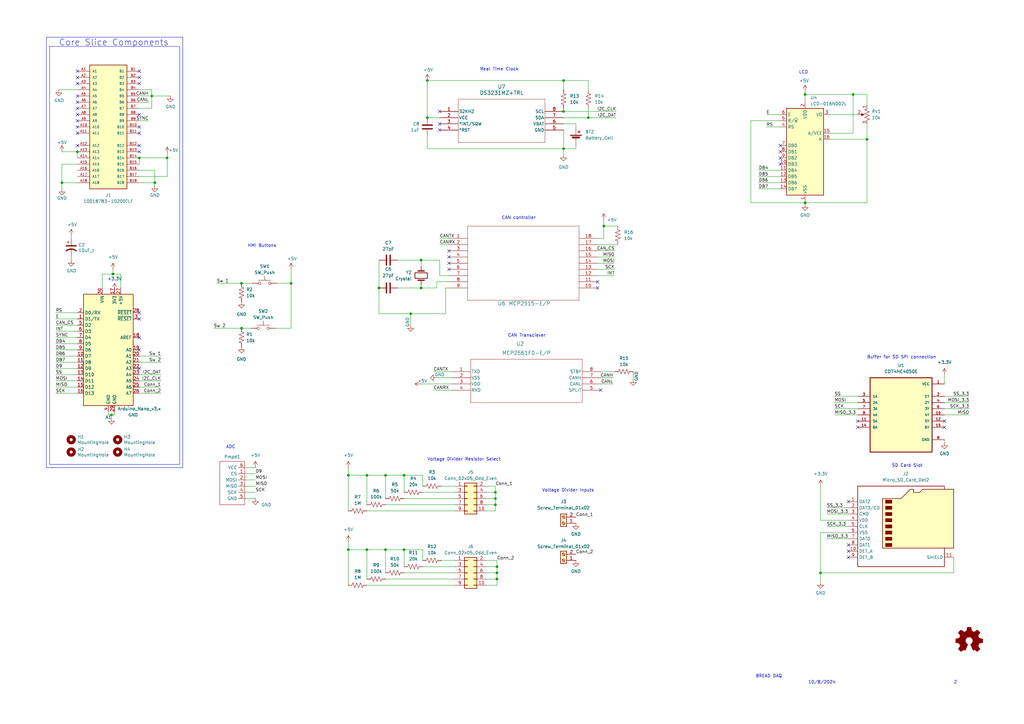
<source format=kicad_sch>
(kicad_sch (version 20231120) (generator "eeschema") (generator_version "8.0")
  (paper "A3")
  (junction (at 241.3 48.26))
  (junction (at 158.115 194.945))
  (junction (at 203.835 234.95))
  (junction (at 31.75 62.23))
  (junction (at 203.2 204.47))
  (junction (at 175.26 33.02))
  (junction (at 247.65 92.71))
  (junction (at 99.06 134.62))
  (junction (at 165.735 194.945))
  (junction (at 355.6 57.15))
  (junction (at 231.14 60.96))
  (junction (at 203.2 201.93))
  (junction (at 158.115 225.425))
  (junction (at 150.495 225.425))
  (junction (at 62.23 39.37))
  (junction (at 57.15 64.77))
  (junction (at 63.5 74.93))
  (junction (at 142.875 225.425))
  (junction (at 175.26 48.26))
  (junction (at 155.448 118.11))
  (junction (at 45.72 170.18))
  (junction (at 231.14 45.72))
  (junction (at 150.495 194.945))
  (junction (at 99.06 116.205))
  (junction (at 349.885 38.735))
  (junction (at 336.55 234.95))
  (junction (at 203.2 207.01))
  (junction (at 165.735 225.425))
  (junction (at 168.402 128.651))
  (junction (at 330.2 83.185))
  (junction (at 119.38 116.205))
  (junction (at 330.2 38.735))
  (junction (at 203.835 237.49))
  (junction (at 203.835 232.41))
  (junction (at 172.72 106.68))
  (junction (at 68.58 64.77))
  (junction (at 25.4 74.93))
  (junction (at 142.875 194.945))
  (junction (at 231.14 33.02))
  (junction (at 172.72 118.11))
  (junction (at 46.355 112.395))
  (no_connect (at 31.75 29.21))
  (no_connect (at 57.15 130.81))
  (no_connect (at 57.15 128.27))
  (no_connect (at 347.98 223.52))
  (no_connect (at 320.04 59.69))
  (no_connect (at 31.75 49.53))
  (no_connect (at 351.79 175.26))
  (no_connect (at 31.75 34.29))
  (no_connect (at 245.11 118.11))
  (no_connect (at 57.15 138.43))
  (no_connect (at 347.98 228.6))
  (no_connect (at 180.34 53.34))
  (no_connect (at 57.15 29.21))
  (no_connect (at 57.15 31.75))
  (no_connect (at 320.04 64.77))
  (no_connect (at 31.75 44.45))
  (no_connect (at 180.34 45.72))
  (no_connect (at 31.75 52.07))
  (no_connect (at 57.15 62.23))
  (no_connect (at 57.15 34.29))
  (no_connect (at 57.15 59.69))
  (no_connect (at 31.75 46.99))
  (no_connect (at 184.15 102.87))
  (no_connect (at 57.15 54.61))
  (no_connect (at 31.75 31.75))
  (no_connect (at 387.35 172.72))
  (no_connect (at 351.79 172.72))
  (no_connect (at 184.15 107.95))
  (no_connect (at 57.15 46.99))
  (no_connect (at 387.35 175.26))
  (no_connect (at 347.98 226.06))
  (no_connect (at 180.34 50.8))
  (no_connect (at 31.75 39.37))
  (no_connect (at 245.11 115.57))
  (no_connect (at 31.75 54.61))
  (no_connect (at 31.75 41.91))
  (no_connect (at 31.75 59.69))
  (no_connect (at 184.15 110.49))
  (no_connect (at 57.15 52.07))
  (no_connect (at 57.15 151.13))
  (no_connect (at 347.98 205.74))
  (no_connect (at 57.15 143.51))
  (no_connect (at 320.04 67.31))
  (no_connect (at 320.04 62.23))
  (no_connect (at 246.38 160.02))
  (no_connect (at 184.15 105.41))
  (wire (pts (xy 246.38 157.48) (xy 251.46 157.48)))
  (wire (pts (xy 172.72 106.68) (xy 172.72 109.22)))
  (wire (pts (xy 236.22 52.07) (xy 236.22 50.8)))
  (wire (pts (xy 203.2 201.93) (xy 203.2 199.39)))
  (wire (pts (xy 87.63 134.62) (xy 99.06 134.62)))
  (wire (pts (xy 180.34 100.33) (xy 184.15 100.33)))
  (wire (pts (xy 245.11 105.41) (xy 252.095 105.41)))
  (wire (pts (xy 199.39 209.55) (xy 203.2 209.55)))
  (wire (pts (xy 320.04 49.53) (xy 307.975 49.53)))
  (wire (pts (xy 355.6 43.18) (xy 355.6 38.735)))
  (wire (pts (xy 252.095 152.4) (xy 246.38 152.4)))
  (wire (pts (xy 163.068 118.11) (xy 172.72 118.11)))
  (wire (pts (xy 330.2 38.735) (xy 330.2 41.91)))
  (wire (pts (xy 158.115 194.945) (xy 158.115 204.47)))
  (wire (pts (xy 203.835 234.95) (xy 203.835 232.41)))
  (polyline (pts (xy 73.66 19.05) (xy 24.13 19.05)))
  (wire (pts (xy 342.265 170.18) (xy 351.79 170.18)))
  (wire (pts (xy 44.45 170.18) (xy 45.72 170.18)))
  (wire (pts (xy 165.735 225.425) (xy 165.735 232.41)))
  (wire (pts (xy 22.86 135.89) (xy 31.75 135.89)))
  (wire (pts (xy 113.665 116.205) (xy 119.38 116.205)))
  (wire (pts (xy 57.15 74.93) (xy 63.5 74.93)))
  (wire (pts (xy 175.26 60.96) (xy 231.14 60.96)))
  (wire (pts (xy 340.36 57.15) (xy 355.6 57.15)))
  (polyline (pts (xy 20.32 19.05) (xy 24.13 19.05)))
  (wire (pts (xy 57.15 153.67) (xy 66.04 153.67)))
  (wire (pts (xy 336.55 213.36) (xy 347.98 213.36)))
  (wire (pts (xy 165.735 194.945) (xy 165.735 201.93)))
  (wire (pts (xy 173.355 225.425) (xy 173.355 229.87)))
  (wire (pts (xy 339.09 215.9) (xy 347.98 215.9)))
  (wire (pts (xy 199.39 234.95) (xy 203.835 234.95)))
  (wire (pts (xy 100.33 204.47) (xy 104.775 204.47)))
  (wire (pts (xy 103.505 116.205) (xy 99.06 116.205)))
  (wire (pts (xy 22.86 158.75) (xy 31.75 158.75)))
  (wire (pts (xy 22.86 148.59) (xy 31.75 148.59)))
  (wire (pts (xy 387.35 167.64) (xy 397.51 167.64)))
  (wire (pts (xy 163.068 106.68) (xy 172.72 106.68)))
  (wire (pts (xy 142.875 225.425) (xy 142.875 222.25)))
  (wire (pts (xy 46.99 118.745) (xy 46.99 118.11)))
  (wire (pts (xy 186.69 199.39) (xy 180.975 199.39)))
  (wire (pts (xy 247.65 97.79) (xy 245.11 97.79)))
  (wire (pts (xy 165.735 225.425) (xy 158.115 225.425)))
  (wire (pts (xy 62.23 44.45) (xy 57.15 44.45)))
  (wire (pts (xy 68.58 62.865) (xy 68.58 64.77)))
  (wire (pts (xy 231.14 33.02) (xy 231.14 36.83)))
  (wire (pts (xy 236.22 60.96) (xy 236.22 59.69)))
  (wire (pts (xy 199.39 201.93) (xy 203.2 201.93)))
  (wire (pts (xy 57.15 64.77) (xy 68.58 64.77)))
  (polyline (pts (xy 19.05 15.24) (xy 19.05 191.77)))
  (wire (pts (xy 41.91 112.395) (xy 46.355 112.395)))
  (wire (pts (xy 119.38 134.62) (xy 113.03 134.62)))
  (wire (pts (xy 203.2 204.47) (xy 203.2 201.93)))
  (wire (pts (xy 22.86 146.05) (xy 31.75 146.05)))
  (wire (pts (xy 355.6 57.15) (xy 355.6 83.185)))
  (wire (pts (xy 29.21 106.68) (xy 29.21 105.41)))
  (wire (pts (xy 22.86 156.21) (xy 31.75 156.21)))
  (wire (pts (xy 397.51 162.56) (xy 387.35 162.56)))
  (wire (pts (xy 104.775 201.93) (xy 100.33 201.93)))
  (wire (pts (xy 253.365 100.33) (xy 245.11 100.33)))
  (wire (pts (xy 45.72 170.18) (xy 45.72 171.45)))
  (wire (pts (xy 199.39 240.03) (xy 203.835 240.03)))
  (wire (pts (xy 29.21 97.79) (xy 29.21 96.52)))
  (wire (pts (xy 57.15 158.75) (xy 66.04 158.75)))
  (wire (pts (xy 45.72 170.18) (xy 46.99 170.18)))
  (wire (pts (xy 155.448 118.11) (xy 155.448 128.651)))
  (wire (pts (xy 252.73 48.26) (xy 241.3 48.26)))
  (wire (pts (xy 104.775 199.39) (xy 100.33 199.39)))
  (wire (pts (xy 165.735 194.945) (xy 158.115 194.945)))
  (wire (pts (xy 173.355 194.945) (xy 165.735 194.945)))
  (wire (pts (xy 203.835 232.41) (xy 203.835 229.87)))
  (wire (pts (xy 57.15 72.39) (xy 68.58 72.39)))
  (wire (pts (xy 311.15 77.47) (xy 320.04 77.47)))
  (wire (pts (xy 199.39 232.41) (xy 203.835 232.41)))
  (wire (pts (xy 231.14 63.5) (xy 231.14 60.96)))
  (wire (pts (xy 99.06 116.205) (xy 88.9 116.205)))
  (wire (pts (xy 173.355 232.41) (xy 186.69 232.41)))
  (wire (pts (xy 57.15 49.53) (xy 60.96 49.53)))
  (wire (pts (xy 165.735 204.47) (xy 186.69 204.47)))
  (wire (pts (xy 173.355 225.425) (xy 165.735 225.425)))
  (wire (pts (xy 180.34 97.79) (xy 184.15 97.79)))
  (wire (pts (xy 307.975 83.185) (xy 330.2 83.185)))
  (wire (pts (xy 155.448 128.651) (xy 168.402 128.651)))
  (wire (pts (xy 342.265 165.1) (xy 351.79 165.1)))
  (wire (pts (xy 247.65 92.71) (xy 247.65 97.79)))
  (wire (pts (xy 25.4 67.31) (xy 31.75 67.31)))
  (wire (pts (xy 57.15 64.77) (xy 57.15 67.31)))
  (wire (pts (xy 165.735 234.95) (xy 186.69 234.95)))
  (wire (pts (xy 119.38 116.205) (xy 119.38 134.62)))
  (wire (pts (xy 231.14 53.34) (xy 231.14 60.96)))
  (polyline (pts (xy 74.93 15.24) (xy 22.86 15.24)))
  (wire (pts (xy 342.265 167.64) (xy 351.79 167.64)))
  (wire (pts (xy 22.86 151.13) (xy 31.75 151.13)))
  (wire (pts (xy 231.14 44.45) (xy 231.14 45.72)))
  (wire (pts (xy 150.495 237.49) (xy 150.495 225.425)))
  (wire (pts (xy 99.06 134.62) (xy 102.87 134.62)))
  (wire (pts (xy 387.35 165.1) (xy 397.51 165.1)))
  (wire (pts (xy 336.55 199.39) (xy 336.55 213.36)))
  (wire (pts (xy 150.495 207.01) (xy 150.495 194.945)))
  (wire (pts (xy 330.2 83.185) (xy 330.2 82.55)))
  (wire (pts (xy 172.72 116.84) (xy 172.72 118.11)))
  (wire (pts (xy 387.35 181.61) (xy 387.35 180.34)))
  (wire (pts (xy 179.07 154.94) (xy 185.42 154.94)))
  (wire (pts (xy 339.09 220.98) (xy 347.98 220.98)))
  (polyline (pts (xy 19.05 191.77) (xy 74.93 191.77)))
  (wire (pts (xy 177.8 160.02) (xy 185.42 160.02)))
  (wire (pts (xy 25.4 77.47) (xy 25.4 74.93)))
  (wire (pts (xy 22.86 128.27) (xy 31.75 128.27)))
  (wire (pts (xy 57.15 36.83) (xy 62.23 36.83)))
  (wire (pts (xy 203.2 209.55) (xy 203.2 207.01)))
  (wire (pts (xy 57.15 161.29) (xy 66.04 161.29)))
  (wire (pts (xy 179.07 115.57) (xy 184.15 115.57)))
  (wire (pts (xy 100.33 194.31) (xy 104.775 194.31)))
  (wire (pts (xy 172.72 157.48) (xy 185.42 157.48)))
  (wire (pts (xy 311.15 74.93) (xy 320.04 74.93)))
  (wire (pts (xy 231.14 60.96) (xy 236.22 60.96)))
  (wire (pts (xy 22.86 161.29) (xy 31.75 161.29)))
  (wire (pts (xy 311.15 72.39) (xy 320.04 72.39)))
  (wire (pts (xy 62.23 39.37) (xy 62.23 44.45)))
  (wire (pts (xy 342.265 162.56) (xy 351.79 162.56)))
  (wire (pts (xy 355.6 38.735) (xy 349.885 38.735)))
  (wire (pts (xy 142.875 194.945) (xy 142.875 191.77)))
  (wire (pts (xy 247.65 92.71) (xy 253.365 92.71)))
  (wire (pts (xy 62.23 39.37) (xy 69.85 39.37)))
  (wire (pts (xy 180.34 113.03) (xy 180.34 106.68)))
  (wire (pts (xy 142.875 194.945) (xy 142.875 209.55)))
  (wire (pts (xy 349.885 54.61) (xy 349.885 38.735)))
  (wire (pts (xy 44.45 168.91) (xy 44.45 170.18)))
  (polyline (pts (xy 73.66 190.5) (xy 73.66 19.05)))
  (wire (pts (xy 142.875 225.425) (xy 150.495 225.425)))
  (wire (pts (xy 142.875 194.945) (xy 150.495 194.945)))
  (wire (pts (xy 245.11 102.87) (xy 252.095 102.87)))
  (wire (pts (xy 173.355 201.93) (xy 186.69 201.93)))
  (wire (pts (xy 203.2 207.01) (xy 203.2 204.47)))
  (wire (pts (xy 330.2 37.465) (xy 330.2 38.735)))
  (wire (pts (xy 158.115 225.425) (xy 158.115 234.95)))
  (wire (pts (xy 175.26 33.02) (xy 175.26 48.26)))
  (wire (pts (xy 203.835 237.49) (xy 203.835 234.95)))
  (wire (pts (xy 46.99 170.18) (xy 46.99 168.91)))
  (wire (pts (xy 62.23 36.83) (xy 62.23 39.37)))
  (wire (pts (xy 119.38 110.49) (xy 119.38 116.205)))
  (wire (pts (xy 57.15 41.91) (xy 60.96 41.91)))
  (wire (pts (xy 246.38 154.94) (xy 251.46 154.94)))
  (wire (pts (xy 172.72 106.68) (xy 180.34 106.68)))
  (wire (pts (xy 175.26 48.26) (xy 175.26 49.53)))
  (wire (pts (xy 57.15 69.85) (xy 63.5 69.85)))
  (wire (pts (xy 349.885 38.735) (xy 330.2 38.735)))
  (wire (pts (xy 336.55 234.95) (xy 336.55 238.76)))
  (wire (pts (xy 199.39 229.87) (xy 203.835 229.87)))
  (wire (pts (xy 355.6 83.185) (xy 330.2 83.185)))
  (wire (pts (xy 182.753 118.11) (xy 184.15 118.11)))
  (wire (pts (xy 63.5 76.2) (xy 63.5 74.93)))
  (wire (pts (xy 231.14 33.02) (xy 241.3 33.02)))
  (wire (pts (xy 307.975 49.53) (xy 307.975 83.185)))
  (wire (pts (xy 314.325 52.07) (xy 320.04 52.07)))
  (wire (pts (xy 391.16 234.95) (xy 336.55 234.95)))
  (wire (pts (xy 25.4 74.93) (xy 31.75 74.93)))
  (wire (pts (xy 336.55 218.44) (xy 336.55 234.95)))
  (wire (pts (xy 330.2 83.82) (xy 330.2 83.185)))
  (wire (pts (xy 142.875 225.425) (xy 142.875 240.03)))
  (wire (pts (xy 49.53 112.395) (xy 49.53 118.11)))
  (wire (pts (xy 391.16 228.6) (xy 391.16 234.95)))
  (wire (pts (xy 179.07 118.11) (xy 172.72 118.11)))
  (polyline (pts (xy 20.32 190.5) (xy 73.66 190.5)))
  (wire (pts (xy 41.91 112.395) (xy 41.91 118.11)))
  (wire (pts (xy 340.36 46.99) (xy 351.79 46.99)))
  (wire (pts (xy 57.15 39.37) (xy 60.96 39.37)))
  (wire (pts (xy 150.495 209.55) (xy 186.69 209.55)))
  (wire (pts (xy 259.715 155.575) (xy 259.715 152.4)))
  (wire (pts (xy 339.09 208.28) (xy 347.98 208.28)))
  (wire (pts (xy 22.86 143.51) (xy 31.75 143.51)))
  (wire (pts (xy 175.26 48.26) (xy 180.34 48.26)))
  (wire (pts (xy 179.07 115.57) (xy 179.07 118.11)))
  (wire (pts (xy 57.15 146.05) (xy 66.04 146.05)))
  (wire (pts (xy 241.3 48.26) (xy 231.14 48.26)))
  (wire (pts (xy 175.26 55.88) (xy 175.26 60.96)))
  (wire (pts (xy 231.14 45.72) (xy 252.73 45.72)))
  (wire (pts (xy 25.4 62.23) (xy 31.75 62.23)))
  (polyline (pts (xy 19.05 15.24) (xy 22.86 15.24)))
  (wire (pts (xy 203.835 240.03) (xy 203.835 237.49)))
  (wire (pts (xy 68.58 64.77) (xy 68.58 72.39)))
  (wire (pts (xy 46.355 110.49) (xy 46.355 112.395)))
  (wire (pts (xy 186.69 229.87) (xy 180.975 229.87)))
  (wire (pts (xy 241.3 44.45) (xy 241.3 48.26)))
  (wire (pts (xy 311.15 69.85) (xy 320.04 69.85)))
  (wire (pts (xy 177.8 152.4) (xy 185.42 152.4)))
  (wire (pts (xy 57.15 148.59) (xy 66.04 148.59)))
  (polyline (pts (xy 74.93 191.77) (xy 74.93 15.24)))
  (polyline (pts (xy 20.32 19.05) (xy 20.32 190.5)))
  (wire (pts (xy 186.69 237.49) (xy 158.115 237.49)))
  (wire (pts (xy 347.98 218.44) (xy 336.55 218.44)))
  (wire (pts (xy 22.86 130.81) (xy 31.75 130.81)))
  (wire (pts (xy 245.11 107.95) (xy 252.095 107.95)))
  (wire (pts (xy 46.355 112.395) (xy 49.53 112.395)))
  (wire (pts (xy 168.402 133.35) (xy 168.402 128.651)))
  (wire (pts (xy 24.13 36.83) (xy 31.75 36.83)))
  (wire (pts (xy 339.09 210.82) (xy 347.98 210.82)))
  (wire (pts (xy 100.33 191.77) (xy 104.775 191.77)))
  (wire (pts (xy 247.65 90.17) (xy 247.65 92.71)))
  (wire (pts (xy 314.325 46.99) (xy 320.04 46.99)))
  (wire (pts (xy 387.35 170.18) (xy 397.51 170.18)))
  (wire (pts (xy 241.3 36.83) (xy 241.3 33.02)))
  (wire (pts (xy 31.75 62.23) (xy 31.75 64.77)))
  (wire (pts (xy 236.22 50.8) (xy 231.14 50.8)))
  (wire (pts (xy 245.11 110.49) (xy 252.095 110.49)))
  (wire (pts (xy 387.35 153.67) (xy 387.35 157.48)))
  (wire (pts (xy 184.15 113.03) (xy 180.34 113.03)))
  (wire (pts (xy 150.495 194.945) (xy 158.115 194.945)))
  (wire (pts (xy 22.86 153.67) (xy 31.75 153.67)))
  (wire (pts (xy 22.86 138.43) (xy 31.75 138.43)))
  (wire (pts (xy 355.6 50.8) (xy 355.6 57.15)))
  (wire (pts (xy 150.495 240.03) (xy 186.69 240.03)))
  (wire (pts (xy 175.26 33.02) (xy 231.14 33.02)))
  (wire (pts (xy 63.5 69.85) (xy 63.5 74.93)))
  (wire (pts (xy 22.86 140.97) (xy 31.75 140.97)))
  (wire (pts (xy 150.495 225.425) (xy 158.115 225.425)))
  (wire (pts (xy 25.4 74.93) (xy 25.4 67.31)))
  (wire (pts (xy 100.33 196.85) (xy 104.775 196.85)))
  (wire (pts (xy 66.04 156.21) (xy 57.15 156.21)))
  (wire (pts (xy 199.39 237.49) (xy 203.835 237.49)))
  (wire (pts (xy 168.402 128.651) (xy 182.753 128.651)))
  (wire (pts (xy 173.355 194.945) (xy 173.355 199.39)))
  (wire (pts (xy 182.753 128.651) (xy 182.753 118.11)))
  (wire (pts (xy 199.39 199.39) (xy 203.2 199.39)))
  (wire (pts (xy 245.11 113.03) (xy 252.095 113.03)))
  (wire (pts (xy 186.69 207.01) (xy 158.115 207.01)))
  (wire (pts (xy 199.39 204.47) (xy 203.2 204.47)))
  (wire (pts (xy 155.448 106.68) (xy 155.448 118.11)))
  (wire (pts (xy 340.36 54.61) (xy 349.885 54.61)))
  (wire (pts (xy 31.75 133.35) (xy 22.86 133.35)))
  (wire (pts (xy 199.39 207.01) (xy 203.2 207.01)))
  (text "Real Time Clock" (at 196.85 29.21 0) (effects (font (size 1.27 1.27)) (justify left bottom)))
  (text "2" (at 391.16 280.67 0) (effects (font (size 1.27 1.27)) (justify left bottom)))
  (text "HMI Buttons" (at 101.6 101.6 0) (effects (font (size 1.27 1.27)) (justify left bottom)))
  (text "ADC" (at 92.71 184.15 0) (effects (font (size 1.27 1.27)) (justify left bottom)))
  (text "Voltage Divider Inputs" (at 222.25 201.93 0) (effects (font (size 1.27 1.27)) (justify left bottom)))
  (text "10/8/2024\n" (at 331.47 280.67 0) (effects (font (size 1.27 1.27)) (justify left bottom)))
  (text "BREAD DAQ" (at 309.88 278.13 0) (effects (font (size 1.27 1.27)) (justify left bottom)))
  (text "Buffer for SD SPI connection" (at 355.6 147.32 0) (effects (font (size 1.27 1.27)) (justify left bottom)))
  (text "Core Slice Components" (at 24.13 19.05 0) (effects (font (size 2.54 2.54)) (justify left bottom)))
  (text "CAN Transciever" (at 208.28 138.43 0) (effects (font (size 1.27 1.27)) (justify left bottom)))
  (text "Voltage Divider Resistor Select" (at 175.26 189.23 0) (effects (font (size 1.27 1.27)) (justify left bottom)))
  (text "SD Card Slot" (at 365.76 191.77 0) (effects (font (size 1.27 1.27)) (justify left bottom)))
  (text "LCD" (at 327.66 30.48 0) (effects (font (size 1.27 1.27)) (justify left bottom)))
  (text "CAN controller" (at 205.74 90.17 0) (effects (font (size 1.27 1.27)) (justify left bottom)))
  (label "E" (at 314.325 46.99 0))
  (label "I2C_DAT" (at 252.73 48.26 180))
  (label "SS" (at 342.265 162.56 0))
  (label "CANH" (at 251.46 154.94 180))
  (label "SCK" (at 22.86 161.29 0))
  (label "Conn_2" (at 236.22 227.33 0))
  (label "MOSI_3.3" (at 397.51 165.1 180))
  (label "DB7" (at 22.86 148.59 0))
  (label "MISO" (at 22.86 158.75 0))
  (label "CANRX" (at 177.8 160.02 0))
  (label "MOSI" (at 22.86 156.21 0))
  (label "DB5" (at 22.86 143.51 0))
  (label "CANL" (at 60.96 41.91 180))
  (label "D9" (at 22.86 151.13 0))
  (label "MISO_3.3" (at 342.265 170.18 0))
  (label "DB4" (at 311.15 69.85 0))
  (label "Sw 2" (at 66.04 148.59 180))
  (label "Conn_1" (at 203.2 199.39 0))
  (label "E" (at 22.86 130.81 0))
  (label "MOSI" (at 252.095 107.95 180))
  (label "I2C_DAT" (at 66.04 153.67 180))
  (label "SCK" (at 252.095 110.49 180))
  (label "Sw 2" (at 87.63 134.62 0))
  (label "CANTX" (at 177.8 152.4 0))
  (label "I2C_CLK" (at 66.04 156.21 180))
  (label "MISO" (at 252.095 105.41 180))
  (label "SYNC" (at 22.86 138.43 0))
  (label "MOSI" (at 104.775 196.85 0))
  (label "CAN_CS" (at 22.86 133.35 0))
  (label "MISO" (at 397.51 170.18 180))
  (label "CANTX" (at 180.34 97.79 0))
  (label "SCK" (at 342.265 167.64 0))
  (label "MISO" (at 104.775 199.39 0))
  (label "Conn_2" (at 203.835 229.87 0))
  (label "INT" (at 252.095 113.03 180))
  (label "SS_3.3" (at 397.51 162.56 180))
  (label "Sw 1" (at 66.04 146.05 180))
  (label "SCK_3.3" (at 339.09 215.9 0))
  (label "DB6" (at 22.86 146.05 0))
  (label "RS" (at 314.325 52.07 0))
  (label "RS" (at 22.86 128.27 0))
  (label "DB7" (at 311.15 77.47 0))
  (label "MOSI_3.3" (at 339.09 210.82 0))
  (label "CANRX" (at 180.34 100.33 0))
  (label "SS" (at 22.86 153.67 0))
  (label "Sw 1" (at 88.9 116.205 0))
  (label "CAN_CS" (at 252.095 102.87 180))
  (label "DB4" (at 22.86 140.97 0))
  (label "CANH" (at 60.96 39.37 180))
  (label "INT" (at 22.86 135.89 0))
  (label "SCK" (at 104.775 201.93 0))
  (label "SCK_3.3" (at 397.51 167.64 180))
  (label "Conn_1" (at 66.04 158.75 180))
  (label "CANL" (at 251.46 157.48 180))
  (label "Conn_1" (at 236.22 212.09 0))
  (label "SS_3.3" (at 339.09 208.28 0))
  (label "Conn_2" (at 66.04 161.29 180))
  (label "D9" (at 104.775 194.31 0))
  (label "SYNC" (at 60.96 49.53 180))
  (label "DB6" (at 311.15 74.93 0))
  (label "MOSI" (at 342.265 165.1 0))
  (label "I2C_CLK" (at 252.73 45.72 180))
  (label "MISO_3.3" (at 339.09 220.98 0))
  (label "DB5" (at 311.15 72.39 0))
  (symbol (lib_id "power:GND") (at 45.72 171.45 0) (unit 1)
    (property "Reference" "#PWR06" (effects (hide yes)))
    (property "Value" "GND" (at 54.61 170.18 0))
  )
  (symbol (lib_id "Mechanical:MountingHole") (at 29.21 180.34 0) (unit 1)
    (property "Reference" "H1" (at 31.75 179.1716 0) (effects (justify left)))
    (property "Value" "MountingHole" (at 31.75 181.483 0) (effects (justify left)))
    (property "Footprint" "MountingHole:MountingHole_3.2mm_M3_DIN965_Pad" (effects (hide yes)))
  )
  (symbol (lib_id "Mechanical:MountingHole") (at 48.26 180.34 0) (unit 1)
    (property "Reference" "H3" (at 50.8 179.1716 0) (effects (justify left)))
    (property "Value" "MountingHole" (at 50.8 181.483 0) (effects (justify left)))
    (property "Footprint" "MountingHole:MountingHole_3.2mm_M3_DIN965_Pad" (effects (hide yes)))
  )
  (symbol (lib_id "Mechanical:MountingHole") (at 29.21 185.42 0) (unit 1)
    (property "Reference" "H2" (at 31.75 184.2516 0) (effects (justify left)))
    (property "Value" "MountingHole" (at 31.75 186.563 0) (effects (justify left)))
    (property "Footprint" "MountingHole:MountingHole_3.2mm_M3_DIN965_Pad" (effects (hide yes)))
  )
  (symbol (lib_id "Mechanical:MountingHole") (at 48.26 185.42 0) (unit 1)
    (property "Reference" "H4" (at 50.8 184.2516 0) (effects (justify left)))
    (property "Value" "MountingHole" (at 50.8 186.563 0) (effects (justify left)))
    (property "Footprint" "MountingHole:MountingHole_3.2mm_M3_DIN965_Pad" (effects (hide yes)))
  )
  (symbol (lib_id "MCU_Module:Arduino_Nano_v3.x") (at 44.45 143.51 0) (unit 1)
    (property "Reference" "A1" (at 44.45 171.1706 0))
    (property "Value" "Arduino_Nano_v3.x" (at 57.15 167.64 0))
    (property "Footprint" "Module:Arduino_Nano" (effects (hide yes)))
    (property "Datasheet" "http://www.mouser.com/pdfdocs/Gravitech_Arduino_Nano3_0.pdf" (effects (hide yes)))
  )
  (symbol (lib_id "Graphic:Logo_Open_Hardware_Small") (at 397.51 262.89 0) (unit 1)
    (property "Reference" "Logo1" (effects (hide yes)))
    (property "Value" "Logo_Open_Hardware_Small" (effects (hide yes)))
    (property "Footprint" "Symbol:OSHW-Symbol_6.7x6mm_SilkScreen" (effects (hide yes)))
  )
  (symbol (lib_id "BREAD_Slice-rescue:10uF_t-OCI_UPL_2_Capacitors") (at 29.21 101.6 0) (unit 1)
    (property "Reference" "C2" (at 32.131 100.4316 0) (effects (justify left)))
    (property "Value" "10uF_t" (at 32.131 102.743 0) (effects (justify left)))
    (property "Footprint" "Capacitor_SMD:C_1206_3216Metric_Pad1.33x1.80mm_HandSolder" (effects (hide yes)))
    (property "Datasheet" "https://www.digikey.com/short/qcd8n7" (effects (hide yes)))
    (property "Part #" "T491C106K025AT" (effects (hide yes)))
    (property "UPL #" "2.021" (effects (hide yes)))
  )
  (symbol (lib_id "power:GND") (at 29.21 106.68 0) (unit 1)
    (property "Reference" "#PWR09" (effects (hide yes)))
    (property "Value" "GND" (at 29.337 111.0742 0))
  )
  (symbol (lib_id "power:+5V") (at 29.21 96.52 0) (unit 1)
    (property "Reference" "#PWR08" (effects (hide yes)))
    (property "Value" "+5V" (at 29.591 92.1258 0))
  )
  (symbol (lib_id "power:GND") (at 99.06 142.24 0) (unit 1)
    (property "Reference" "#PWR013" (effects (hide yes)))
    (property "Value" "GND" (at 99.06 147.32 0))
  )
  (symbol (lib_id "Device:R_US") (at 99.06 138.43 180) (unit 1)
    (property "Reference" "R1" (at 100.965 137.16 0) (effects (justify right)))
    (property "Value" "10k" (at 100.965 139.7 0) (effects (justify right)))
    (property "Footprint" "Resistor_SMD:R_1206_3216Metric_Pad1.30x1.75mm_HandSolder" (effects (hide yes)))
  )
  (symbol (lib_id "Connector_Generic:Conn_02x05_Odd_Even") (at 191.77 234.95 0) (unit 1)
    (property "Reference" "J6" (at 193.04 224.155 0))
    (property "Value" "Conn_02x05_Odd_Even" (at 193.04 226.695 0))
    (property "Footprint" "Connector_PinHeader_2.54mm:PinHeader_2x05_P2.54mm_Vertical" (effects (hide yes)))
  )
  (symbol (lib_id "power:+5V") (at 142.875 222.25 0) (unit 1)
    (property "Reference" "#PWR018" (effects (hide yes)))
    (property "Value" "+5V" (at 142.875 217.17 0))
  )
  (symbol (lib_id "Device:R_US") (at 154.305 207.01 270) (unit 1)
    (property "Reference" "R6" (at 154.305 201.295 90))
    (property "Value" "100k" (at 154.305 203.835 90))
    (property "Footprint" "Resistor_SMD:R_1206_3216Metric_Pad1.30x1.75mm_HandSolder" (effects (hide yes)))
  )
  (symbol (lib_id "power:+5V") (at 25.4 62.23 0) (unit 1)
    (property "Reference" "#PWR042" (effects (hide yes)))
    (property "Value" "+5V" (at 25.4 58.42 0))
  )
  (symbol (lib_id "power:GND") (at 104.775 204.47 0) (unit 1)
    (property "Reference" "#PWR010" (effects (hide yes)))
    (property "Value" "GND" (at 109.22 207.01 0))
  )
  (symbol (lib_id "Device:R_US") (at 169.545 232.41 270) (unit 1)
    (property "Reference" "R11" (at 169.545 226.695 90))
    (property "Value" "20k" (at 169.545 229.235 90))
    (property "Footprint" "Resistor_SMD:R_1206_3216Metric_Pad1.30x1.75mm_HandSolder" (effects (hide yes)))
  )
  (symbol (lib_id "Device:R_Potentiometer_US") (at 355.6 46.99 0) (mirror y) (unit 1)
    (property "Reference" "RV1" (at 357.505 45.72 0) (effects (justify right)))
    (property "Value" "10k" (at 357.505 48.26 0) (effects (justify right)))
    (property "Footprint" "Potentiometer_THT:Potentiometer_Bourns_3386P_Vertical" (effects (hide yes)))
  )
  (symbol (lib_id "power:GND") (at 99.06 123.825 0) (unit 1)
    (property "Reference" "#PWR020" (effects (hide yes)))
    (property "Value" "GND" (at 99.06 128.905 0))
  )
  (symbol (lib_id "Device:C") (at 159.258 106.68 90) (unit 1)
    (property "Reference" "C7" (at 159.258 99.568 90))
    (property "Value" "27pF" (at 159.258 102.108 90))
    (property "Footprint" "Capacitor_SMD:C_1206_3216Metric_Pad1.33x1.80mm_HandSolder" (effects (hide yes)))
  )
  (symbol (lib_id "power:GND") (at 259.715 155.575 0) (mirror y) (unit 1)
    (property "Reference" "#PWR036" (effects (hide yes)))
    (property "Value" "GND" (at 260.985 154.305 90))
  )
  (symbol (lib_id "Device:C") (at 159.258 118.11 270) (unit 1)
    (property "Reference" "C5" (at 159.258 110.49 90))
    (property "Value" "27pF" (at 159.258 113.03 90))
    (property "Footprint" "Capacitor_SMD:C_1206_3216Metric_Pad1.33x1.80mm_HandSolder" (effects (hide yes)))
  )
  (symbol (lib_id "Connector:Screw_Terminal_01x02") (at 231.14 214.63 180) (unit 1)
    (property "Reference" "J3" (at 231.14 205.74 0))
    (property "Value" "Screw_Terminal_01x02" (at 231.14 208.28 0))
    (property "Footprint" "TerminalBlock_Phoenix:TerminalBlock_Phoenix_MKDS-1,5-2_1x02_P5.00mm_Horizontal" (effects (hide yes)))
  )
  (symbol (lib_id "power:+5V") (at 247.65 90.17 0) (unit 1)
    (property "Reference" "#PWR034" (effects (hide yes)))
    (property "Value" "+5V" (at 248.92 90.17 0) (effects (justify left)))
  )
  (symbol (lib_id "power:GND") (at 69.85 39.37 0) (unit 1)
    (property "Reference" "#PWR012" (effects (hide yes)))
    (property "Value" "GND" (at 69.977 43.7642 0))
  )
  (symbol (lib_id "Connector:Screw_Terminal_01x02") (at 231.14 229.87 180) (unit 1)
    (property "Reference" "J4" (at 231.14 221.615 0))
    (property "Value" "Screw_Terminal_01x02" (at 231.14 224.155 0))
    (property "Footprint" "TerminalBlock_Phoenix:TerminalBlock_Phoenix_MKDS-1,5-2_1x02_P5.00mm_Horizontal" (effects (hide yes)))
  )
  (symbol (lib_id "power:+5V") (at 175.26 33.02 0) (unit 1)
    (property "Reference" "#PWR011" (effects (hide yes)))
    (property "Value" "+5V" (at 175.641 28.6258 0))
  )
  (symbol (lib_id "power:GND") (at 330.2 83.82 0) (unit 1)
    (property "Reference" "#PWR024" (effects (hide yes)))
    (property "Value" "GND" (at 330.2 88.265 0))
  )
  (symbol (lib_id "power:+3.3V") (at 46.99 118.745 0) (unit 1)
    (property "Reference" "#PWR028" (effects (hide yes)))
    (property "Value" "+3.3V" (at 46.99 114.3 0))
  )
  (symbol (lib_id "Device:Battery_Cell") (at 236.22 57.15 0) (unit 1)
    (property "Reference" "BT2" (at 240.03 54.0385 0) (effects (justify left)))
    (property "Value" "Battery_Cell" (at 240.03 56.5785 0) (effects (justify left)))
    (property "Footprint" "Battery:BatteryHolder_Keystone_3034_1x20mm" (effects (hide yes)))
  )
  (symbol (lib_id "power:GND") (at 231.14 63.5 0) (unit 1)
    (property "Reference" "#PWR021" (effects (hide yes)))
    (property "Value" "GND" (at 231.14 68.58 0))
  )
  (symbol (lib_id "Device:R_US") (at 161.925 204.47 270) (unit 1)
    (property "Reference" "R5" (at 161.925 198.755 90))
    (property "Value" "50k" (at 161.925 201.295 90))
    (property "Footprint" "Resistor_SMD:R_1206_3216Metric_Pad1.30x1.75mm_HandSolder" (effects (hide yes)))
  )
  (symbol (lib_id "Connector:Micro_SD_Card_Det2") (at 370.84 215.9 0) (unit 1)
    (property "Reference" "J2" (at 371.475 194.31 0))
    (property "Value" "Micro_SD_Card_Det2" (at 371.475 196.85 0))
    (property "Footprint" "footprints:104031-0811_MOL" (effects (hide yes)))
    (property "Datasheet" "https://www.hirose.com/en/product/document?clcode=&productname=&series=DM3&documenttype=Catalog&lang=en&documentid=D49662_en" (effects (hide yes)))
  )
  (symbol (lib_id "rtc:DS3231MZ+TRL") (at 180.34 45.72 0) (unit 1)
    (property "Reference" "U7" (at 205.74 35.56 0) (effects (font (size 1.524 1.524))))
    (property "Value" "DS3231MZ+TRL" (at 205.74 38.1 0) (effects (font (size 1.524 1.524))))
    (property "Footprint" "21-0041B_8_MXM" (effects (hide yes)))
    (property "Datasheet" "DS3231MZ+TRL" (effects (hide yes)))
  )
  (symbol (lib_id "power:+5V") (at 330.2 37.465 0) (mirror y) (unit 1)
    (property "Reference" "#PWR023" (effects (hide yes)))
    (property "Value" "+5V" (at 329.819 33.0708 0))
  )
  (symbol (lib_id "2024-09-20_14-09-05:MCP2515-E_P") (at 184.15 97.79 0) (unit 1)
    (property "Reference" "U6" (at 205.74 124.46 0) (effects (font (size 1.524 1.524))))
    (property "Value" "MCP2515-E/P" (at 217.17 124.46 0) (effects (font (size 1.524 1.524))))
    (property "Footprint" "footprints:PDIP18_300MC_MCH" (effects (hide yes)))
    (property "Datasheet" "MCP2515-E/P" (effects (hide yes)))
  )
  (symbol (lib_id "power:GND") (at 179.07 154.94 270) (unit 1)
    (property "Reference" "#PWR031" (effects (hide yes)))
    (property "Value" "GND" (at 180.34 153.67 90))
  )
  (symbol (lib_id "Device:R_US") (at 99.06 120.015 180) (unit 1)
    (property "Reference" "R2" (at 100.965 118.745 0) (effects (justify right)))
    (property "Value" "10k" (at 100.965 121.285 0) (effects (justify right)))
    (property "Footprint" "Resistor_SMD:R_1206_3216Metric_Pad1.30x1.75mm_HandSolder" (effects (hide yes)))
  )
  (symbol (lib_id "Device:R_US") (at 253.365 96.52 180) (unit 1)
    (property "Reference" "R16" (at 255.905 95.25 0) (effects (justify right)))
    (property "Value" "10k" (at 255.905 97.79 0) (effects (justify right)))
    (property "Footprint" "Resistor_SMD:R_1206_3216Metric_Pad1.30x1.75mm_HandSolder" (effects (hide yes)))
  )
  (symbol (lib_id "Connector_Generic:Conn_02x05_Odd_Even") (at 191.77 204.47 0) (unit 1)
    (property "Reference" "J5" (at 193.04 193.675 0))
    (property "Value" "Conn_02x05_Odd_Even" (at 193.04 196.215 0))
    (property "Footprint" "Connector_PinHeader_2.54mm:PinHeader_2x05_P2.54mm_Vertical" (effects (hide yes)))
  )
  (symbol (lib_id "power:GND") (at 24.13 36.83 0) (unit 1)
    (property "Reference" "#PWR02" (effects (hide yes)))
    (property "Value" "GND" (at 24.257 41.2242 0))
  )
  (symbol (lib_id "Device:R_US") (at 146.685 209.55 270) (unit 1)
    (property "Reference" "R7" (at 146.685 203.835 90))
    (property "Value" "1M" (at 146.685 206.375 90))
    (property "Footprint" "Resistor_SMD:R_1206_3216Metric_Pad1.30x1.75mm_HandSolder" (effects (hide yes)))
  )
  (symbol (lib_id "Display_Character:LCD-016N002L") (at 330.2 62.23 0) (unit 1)
    (property "Reference" "U4" (at 332.3941 40.005 0) (effects (justify left)))
    (property "Value" "LCD-016N002L" (at 332.3941 42.545 0) (effects (justify left)))
    (property "Footprint" "KiCADv6:WC1602A-No holes" (effects (hide yes)))
    (property "Datasheet" "http://www.vishay.com/docs/37299/37299.pdf" (effects (hide yes)))
  )
  (symbol (lib_id "power:GND") (at 63.5 76.2 0) (unit 1)
    (property "Reference" "#PWR039" (effects (hide yes)))
    (property "Value" "GND" (at 63.5 80.01 0))
  )
  (symbol (lib_id "Device:R_US") (at 169.545 201.93 270) (unit 1)
    (property "Reference" "R4" (at 169.545 196.215 90))
    (property "Value" "20k" (at 169.545 198.755 90))
    (property "Footprint" "Resistor_SMD:R_1206_3216Metric_Pad1.30x1.75mm_HandSolder" (effects (hide yes)))
  )
  (symbol (lib_id "Device:C") (at 175.26 52.07 0) (mirror y) (unit 1)
    (property "Reference" "C8" (at 172.085 50.8 0) (effects (justify left)))
    (property "Value" "1uF" (at 172.085 53.34 0) (effects (justify left)))
    (property "Footprint" "Capacitor_SMD:C_1206_3216Metric_Pad1.33x1.80mm_HandSolder" (effects (hide yes)))
  )
  (symbol (lib_id "power:+3.3V") (at 336.55 199.39 0) (unit 1)
    (property "Reference" "#PWR016" (effects (hide yes)))
    (property "Value" "+3.3V" (at 336.55 194.31 0))
  )
  (symbol (lib_id "power:GND") (at 387.35 181.61 0) (unit 1)
    (property "Reference" "#PWR025" (effects (hide yes)))
    (property "Value" "GND" (at 387.35 186.055 0))
  )
  (symbol (lib_id "Device:R_US") (at 231.14 40.64 0) (unit 1)
    (property "Reference" "R13" (at 233.68 39.37 0) (effects (justify left)))
    (property "Value" "10k" (at 233.68 41.91 0) (effects (justify left)))
    (property "Footprint" "Resistor_SMD:R_1206_3216Metric_Pad1.30x1.75mm_HandSolder" (effects (hide yes)))
  )
  (symbol (lib_id "Buffer:CD74HC4050E") (at 369.57 170.18 0) (unit 1)
    (property "Reference" "U1" (at 369.57 149.86 0))
    (property "Value" "CD74HC4050E" (at 369.57 152.4 0))
    (property "Footprint" "KiCADv6:DIP794W45P254L1969H508Q16" (effects (hide yes)))
  )
  (symbol (lib_id "Device:R_US") (at 177.165 199.39 270) (unit 1)
    (property "Reference" "R3" (at 177.165 193.675 90))
    (property "Value" "10k" (at 177.165 196.215 90))
    (property "Footprint" "Resistor_SMD:R_1206_3216Metric_Pad1.30x1.75mm_HandSolder" (effects (hide yes)))
  )
  (symbol (lib_id "power:+5V") (at 142.875 191.77 0) (unit 1)
    (property "Reference" "#PWR017" (effects (hide yes)))
    (property "Value" "+5V" (at 142.875 186.69 0))
  )
  (symbol (lib_id "power:GND") (at 168.402 133.35 0) (unit 1)
    (property "Reference" "#PWR033" (effects (hide yes)))
    (property "Value" "GND" (at 167.132 132.08 90))
  )
  (symbol (lib_id "power:GND") (at 236.22 214.63 0) (mirror y) (unit 1)
    (property "Reference" "#PWR027" (effects (hide yes)))
    (property "Value" "GND" (at 236.22 219.075 0))
  )
  (symbol (lib_id "power:+5V") (at 68.58 62.865 0) (unit 1)
    (property "Reference" "#PWR037" (effects (hide yes)))
    (property "Value" "+5V" (at 71.12 61.595 0))
  )
  (symbol (lib_id "power:GND") (at 25.4 77.47 0) (unit 1)
    (property "Reference" "#PWR043" (effects (hide yes)))
    (property "Value" "GND" (at 25.4 81.28 0))
  )
  (symbol (lib_id "Device:R_US") (at 146.685 240.03 270) (unit 1)
    (property "Reference" "R8" (at 146.685 234.315 90))
    (property "Value" "1M" (at 146.685 236.855 90))
    (property "Footprint" "Resistor_SMD:R_1206_3216Metric_Pad1.30x1.75mm_HandSolder" (effects (hide yes)))
  )
  (symbol (lib_id "power:+5V") (at 104.775 191.77 0) (unit 1)
    (property "Reference" "#PWR014" (effects (hide yes)))
    (property "Value" "+5V" (at 104.775 186.69 0))
  )
  (symbol (lib_id "Device:R_US") (at 161.925 234.95 270) (unit 1)
    (property "Reference" "R10" (at 161.925 229.235 90))
    (property "Value" "50k" (at 161.925 231.775 90))
    (property "Footprint" "Resistor_SMD:R_1206_3216Metric_Pad1.30x1.75mm_HandSolder" (effects (hide yes)))
  )
  (symbol (lib_id "power:GND") (at 236.22 229.87 0) (mirror y) (unit 1)
    (property "Reference" "#PWR026" (effects (hide yes)))
    (property "Value" "GND" (at 236.22 234.315 0))
  )
  (symbol (lib_id "power:GND") (at 336.55 238.76 0) (unit 1)
    (property "Reference" "#PWR015" (effects (hide yes)))
    (property "Value" "GND" (at 336.55 243.205 0))
  )
  (symbol (lib_id "power:+3.3V") (at 387.35 153.67 0) (unit 1)
    (property "Reference" "#PWR022" (effects (hide yes)))
    (property "Value" "+3.3V" (at 387.35 148.59 0))
  )
  (symbol (lib_id "Device:R_US") (at 255.905 152.4 270) (unit 1)
    (property "Reference" "R15" (at 255.905 146.939 90))
    (property "Value" "10k" (at 255.905 149.479 90))
    (property "Footprint" "Resistor_SMD:R_1206_3216Metric_Pad1.30x1.75mm_HandSolder" (effects (hide yes)))
  )
  (symbol (lib_id "Switch:SW_Push") (at 107.95 134.62 0) (unit 1)
    (property "Reference" "SW2" (at 107.95 127.635 0))
    (property "Value" "SW_Push" (at 107.95 130.175 0))
    (property "Footprint" "Button_Switch_THT:SW_PUSH_6mm" (effects (hide yes)))
  )
  (symbol (lib_id "Device:R_US") (at 154.305 237.49 270) (unit 1)
    (property "Reference" "R9" (at 154.305 231.775 90))
    (property "Value" "100k" (at 154.305 234.315 90))
    (property "Footprint" "Resistor_SMD:R_1206_3216Metric_Pad1.30x1.75mm_HandSolder" (effects (hide yes)))
  )
  (symbol (lib_id "Device:R_US") (at 177.165 229.87 270) (unit 1)
    (property "Reference" "R12" (at 177.165 224.155 90))
    (property "Value" "10k" (at 177.165 226.695 90))
    (property "Footprint" "Resistor_SMD:R_1206_3216Metric_Pad1.30x1.75mm_HandSolder" (effects (hide yes)))
  )
  (symbol (lib_id "Device:R_US") (at 241.3 40.64 0) (unit 1)
    (property "Reference" "R14" (at 243.84 39.37 0) (effects (justify left)))
    (property "Value" "10k" (at 243.84 41.91 0) (effects (justify left)))
    (property "Footprint" "Resistor_SMD:R_1206_3216Metric_Pad1.30x1.75mm_HandSolder" (effects (hide yes)))
  )
  (symbol (lib_id "Device:Crystal") (at 172.72 113.03 270) (mirror x) (unit 1)
    (property "Reference" "Y2" (at 168.91 111.76 90) (effects (justify right)))
    (property "Value" "Crystal" (at 168.91 114.3 90) (effects (justify right)))
    (property "Footprint" "LOAF Update:XTAL_ECS-160-20-3X-TR" (effects (hide yes)))
  )
  (symbol (lib_id "Switch:SW_Push") (at 108.585 116.205 0) (unit 1)
    (property "Reference" "SW1" (at 108.585 109.22 0))
    (property "Value" "SW_Push" (at 108.585 111.76 0))
    (property "Footprint" "Button_Switch_THT:SW_PUSH_6mm" (effects (hide yes)))
  )
  (symbol (lib_id "2024-02-06_18-36-49:PmodAD5") (at 95.25 187.96 0) (unit 1)
    (property "Reference" "Pmod1" (at 95.25 187.325 0))
    (property "Value" "~" (at 95.25 187.96 0))
    (property "Footprint" "Connector_PinSocket_2.54mm:PinSocket_1x06_P2.54mm_Horizontal" (effects (hide yes)))
  )
  (symbol (lib_id "2024-09-20_12-44-07:MCP2561FD-E_P") (at 185.42 152.4 0) (unit 1)
    (property "Reference" "U2" (at 213.36 140.97 0) (effects (font (size 1.524 1.524))))
    (property "Value" "MCP2561FD-E/P" (at 215.9 144.78 0) (effects (font (size 1.524 1.524))))
    (property "Footprint" "PDIP8_300MC_MCH" (effects (hide yes)))
    (property "Datasheet" "MCP2561FD-E/P" (effects (hide yes)))
  )
  (symbol (lib_id "power:+5V") (at 46.355 110.49 0) (unit 1)
    (property "Reference" "#PWR07" (effects (hide yes)))
    (property "Value" "+5V" (at 46.355 105.41 0))
  )
  (symbol (lib_id "power:+5V") (at 119.38 110.49 0) (unit 1)
    (property "Reference" "#PWR019" (effects (hide yes)))
    (property "Value" "+5V" (at 119.761 106.0958 0))
  )
  (symbol (lib_id "10018783-10200TLF:10018783-10200TLF") (at 44.45 52.07 0) (unit 1)
    (property "Reference" "J1" (at 44.45 80.01 0))
    (property "Value" "10018783-10200TLF" (at 44.45 82.55 0))
    (property "Footprint" "Connector_PCBEdge:BUS_PCIexpress_x1" (effects (hide yes)))
    (property "PARTREV" "Z" (effects (hide yes)))
    (property "STANDARD" "Manufacturer Recommendations" (effects (hide yes)))
    (property "MAXIMUM_PACKAGE_HEIGHT" "11.25mm" (effects (hide yes)))
    (property "MANUFACTURER" "Amphenol" (effects (hide yes)))
  )
  (symbol (lib_id "power:+5V") (at 172.72 157.48 90) (unit 1)
    (property "Reference" "#PWR032" (effects (hide yes)))
    (property "Value" "+5V" (at 175.26 156.21 90) (effects (justify left)))
  )
)
</source>
